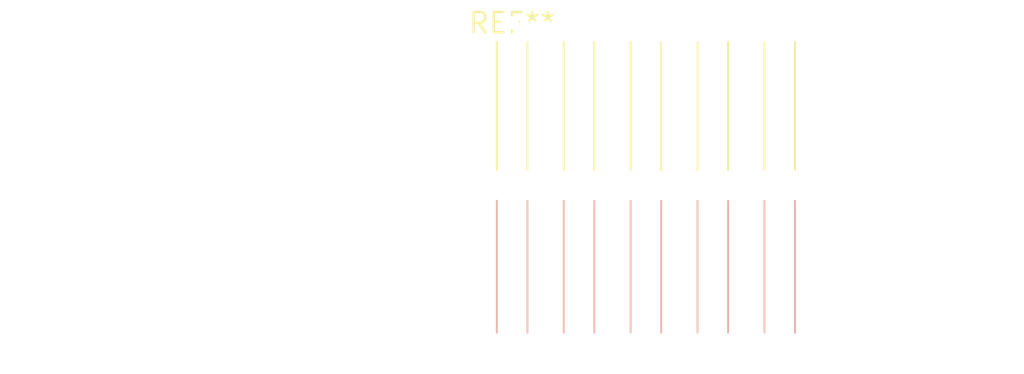
<source format=kicad_pcb>
(kicad_pcb (version 20240108) (generator pcbnew)
  (layers (0 "F.Cu" signal) (31 "B.Cu" signal) (34 "B.Paste" user) (35 "F.Paste" user) (36 "B.SilkS" user "B.Silkscreen") (37 "F.SilkS" user "F.Silkscreen") (38 "B.Mask" user) (39 "F.Mask" user) (44 "Edge.Cuts" user))
  (net 0 "")
  (footprint "SolderWire-0.25sqmm_1x05_P4.2mm_D0.65mm_OD1.7mm_Relief2x" (layer "F.Cu") (at 0 0)
    (property "Reference" "REF**")
    (property "Value" "SolderWire-0.25sqmm_1x05_P4.2mm_D0.65mm_OD1.7mm_Relief2x")
    (fp_line (start -0.96 11.16) (end -0.96 19.44) (layer "B.SilkS") (stroke (width 0.12)))
    (fp_line (start 0.96 11.16) (end 0.96 19.44) (layer "B.SilkS") (stroke (width 0.12)))
    (fp_line (start 3.24 11.16) (end 3.24 19.44) (layer "B.SilkS") (stroke (width 0.12)))
    (fp_line (start 5.16 11.16) (end 5.16 19.44) (layer "B.SilkS") (stroke (width 0.12)))
    (fp_line (start 7.44 11.16) (end 7.44 19.44) (layer "B.SilkS") (stroke (width 0.12)))
    (fp_line (start 9.36 11.16) (end 9.36 19.44) (layer "B.SilkS") (stroke (width 0.12)))
    (fp_line (start 11.64 11.16) (end 11.64 19.44) (layer "B.SilkS") (stroke (width 0.12)))
    (fp_line (start 13.56 11.16) (end 13.56 19.44) (layer "B.SilkS") (stroke (width 0.12)))
    (fp_line (start 15.84 11.16) (end 15.84 19.44) (layer "B.SilkS") (stroke (width 0.12)))
    (fp_line (start 17.76 11.16) (end 17.76 19.44) (layer "B.SilkS") (stroke (width 0.12)))
    (fp_line (start -0.96 1.185) (end -0.96 9.24) (layer "F.SilkS") (stroke (width 0.12)))
    (fp_line (start 0.96 1.185) (end 0.96 9.24) (layer "F.SilkS") (stroke (width 0.12)))
    (fp_line (start 3.24 1.185) (end 3.24 9.24) (layer "F.SilkS") (stroke (width 0.12)))
    (fp_line (start 5.16 1.185) (end 5.16 9.24) (layer "F.SilkS") (stroke (width 0.12)))
    (fp_line (start 7.44 1.185) (end 7.44 9.24) (layer "F.SilkS") (stroke (width 0.12)))
    (fp_line (start 9.36 1.185) (end 9.36 9.24) (layer "F.SilkS") (stroke (width 0.12)))
    (fp_line (start 11.64 1.185) (end 11.64 9.24) (layer "F.SilkS") (stroke (width 0.12)))
    (fp_line (start 13.56 1.185) (end 13.56 9.24) (layer "F.SilkS") (stroke (width 0.12)))
    (fp_line (start 15.84 1.185) (end 15.84 9.24) (layer "F.SilkS") (stroke (width 0.12)))
    (fp_line (start 17.76 1.185) (end 17.76 9.24) (layer "F.SilkS") (stroke (width 0.12)))
    (pad "" np_thru_hole circle (at 0 10.2) (size 2.2 2.2) (drill 2.2) (layers *.Cu *.Mask))
    (pad "" np_thru_hole circle (at 0 20.4) (size 2.2 2.2) (drill 2.2) (layers *.Cu *.Mask))
    (pad "" np_thru_hole circle (at 4.2 10.2) (size 2.2 2.2) (drill 2.2) (layers *.Cu *.Mask))
    (pad "" np_thru_hole circle (at 4.2 20.4) (size 2.2 2.2) (drill 2.2) (layers *.Cu *.Mask))
    (pad "" np_thru_hole circle (at 8.4 10.2) (size 2.2 2.2) (drill 2.2) (layers *.Cu *.Mask))
    (pad "" np_thru_hole circle (at 8.4 20.4) (size 2.2 2.2) (drill 2.2) (layers *.Cu *.Mask))
    (pad "" np_thru_hole circle (at 12.6 10.2) (size 2.2 2.2) (drill 2.2) (layers *.Cu *.Mask))
    (pad "" np_thru_hole circle (at 12.6 20.4) (size 2.2 2.2) (drill 2.2) (layers *.Cu *.Mask))
    (pad "" np_thru_hole circle (at 16.8 10.2) (size 2.2 2.2) (drill 2.2) (layers *.Cu *.Mask))
    (pad "" np_thru_hole circle (at 16.8 20.4) (size 2.2 2.2) (drill 2.2) (layers *.Cu *.Mask))
    (pad "1" thru_hole roundrect (at 0 0) (size 1.85 1.85) (drill 0.85) (layers *.Cu *.Mask) (remove_unused_layers) (roundrect_rratio 0.135135))
    (pad "2" thru_hole circle (at 4.2 0) (size 1.85 1.85) (drill 0.85) (layers *.Cu *.Mask) (remove_unused_layers))
    (pad "3" thru_hole circle (at 8.4 0) (size 1.85 1.85) (drill 0.85) (layers *.Cu *.Mask) (remove_unused_layers))
    (pad "4" thru_hole circle (at 12.6 0) (size 1.85 1.85) (drill 0.85) (layers *.Cu *.Mask) (remove_unused_layers))
    (pad "5" thru_hole circle (at 16.8 0) (size 1.85 1.85) (drill 0.85) (layers *.Cu *.Mask) (remove_unused_layers))
  )
)
</source>
